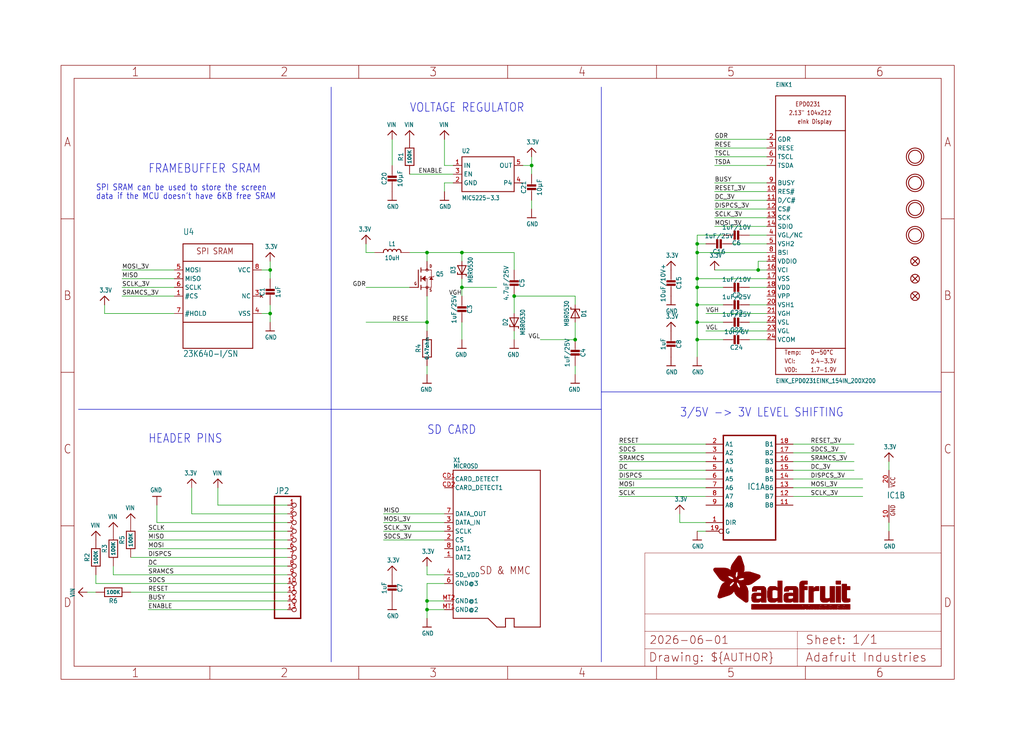
<source format=kicad_sch>
(kicad_sch (version 20230121) (generator eeschema)
  (paper "User" 298.45 217.322)
  (lib_symbols
    (symbol "working-eagle-import:3.3V" (power)
      (property "Value" "3.3V" (at -1.524 1.016 0))
      (symbol "3.3V_1_0"
        (pin power_in line (at 0 -2.54 90) (length 2.54) (name "3.3V") (number "1"))
      )
    )
    (symbol "working-eagle-import:74245TSSOP20"
      (property "Reference" "IC" (at -0.635 -0.635 0))
      (symbol "74245TSSOP20_1_0"
        (pin input line (at -12.7 -10.16 0) (length 5.08) (name "DIR") (number "1"))
        (pin bidirectional line (at 12.7 -5.08 180) (length 5.08) (name "B8") (number "11"))
        (pin bidirectional line (at 12.7 -2.54 180) (length 5.08) (name "B7") (number "12"))
        (pin bidirectional line (at 12.7 0 180) (length 5.08) (name "B6") (number "13"))
        (pin bidirectional line (at 12.7 2.54 180) (length 5.08) (name "B5") (number "14"))
        (pin bidirectional line (at 12.7 5.08 180) (length 5.08) (name "B4") (number "15"))
        (pin bidirectional line (at 12.7 7.62 180) (length 5.08) (name "B3") (number "16"))
        (pin bidirectional line (at 12.7 10.16 180) (length 5.08) (name "B2") (number "17"))
        (pin bidirectional line (at 12.7 12.7 180) (length 5.08) (name "B1") (number "18"))
        (pin input inverted (at -12.7 -12.7 0) (length 5.08) (name "G") (number "19"))
        (pin bidirectional line (at -12.7 12.7 0) (length 5.08) (name "A1") (number "2"))
        (pin bidirectional line (at -12.7 10.16 0) (length 5.08) (name "A2") (number "3"))
        (pin bidirectional line (at -12.7 7.62 0) (length 5.08) (name "A3") (number "4"))
        (pin bidirectional line (at -12.7 5.08 0) (length 5.08) (name "A4") (number "5"))
        (pin bidirectional line (at -12.7 2.54 0) (length 5.08) (name "A5") (number "6"))
        (pin bidirectional line (at -12.7 0 0) (length 5.08) (name "A6") (number "7"))
        (pin bidirectional line (at -12.7 -2.54 0) (length 5.08) (name "A7") (number "8"))
        (pin bidirectional line (at -12.7 -5.08 0) (length 5.08) (name "A8") (number "9"))
      )
      (symbol "74245TSSOP20_2_0"
        (text "GND" (at 1.905 -5.842 900) (effects (font (size 1.27 1.0795)) (justify left bottom)))
        (text "VCC" (at 1.905 2.54 900) (effects (font (size 1.27 1.0795)) (justify left bottom)))
        (pin power_in line (at 0 -7.62 90) (length 5.08) (name "GND") (number "10"))
        (pin power_in line (at 0 7.62 270) (length 5.08) (name "VCC") (number "20"))
      )
    )
    (symbol "working-eagle-import:CAP_CERAMIC0805-NOOUTLINE"
      (property "Reference" "C" (at -2.29 1.25 90))
      (symbol "CAP_CERAMIC0805-NOOUTLINE_1_0"
        (pin passive line (at 0 5.08 270) (length 2.54) (name "1") (number "1"))
        (pin passive line (at 0 -2.54 90) (length 2.54) (name "2") (number "2"))
      )
    )
    (symbol "working-eagle-import:CAP_CERAMIC0805_10MGAP"
      (property "Reference" "C" (at -2.29 1.25 90))
      (symbol "CAP_CERAMIC0805_10MGAP_1_0"
        (pin passive line (at 0 5.08 270) (length 2.54) (name "1") (number "1"))
        (pin passive line (at 0 -2.54 90) (length 2.54) (name "2") (number "2"))
      )
    )
    (symbol "working-eagle-import:DIODE-SCHOTTKYSOD-123"
      (property "Reference" "D" (at 0 2.54 0))
      (symbol "DIODE-SCHOTTKYSOD-123_1_0"
        (pin passive line (at -2.54 0 0) (length 2.54) (name "A") (number "A"))
        (pin passive line (at 2.54 0 180) (length 2.54) (name "C") (number "C"))
      )
    )
    (symbol "working-eagle-import:EINK_EPD0231EINK_154IN_200X200"
      (property "Reference" "EINK" (at -10.16 43.18 0))
      (symbol "EINK_EPD0231EINK_154IN_200X200_1_0"
        (text "0~~50°C" (at 0 -34.925 0) (effects (font (size 1.27 1.0795)) (justify left bottom)))
        (text "1.7-1.9V" (at 0 -40.005 0) (effects (font (size 1.27 1.0795)) (justify left bottom)))
        (text "2.13\" 104x212" (at -6.35 34.925 0) (effects (font (size 1.27 1.0795)) (justify left bottom)))
        (text "2.4-3.3V" (at 0 -37.465 0) (effects (font (size 1.27 1.0795)) (justify left bottom)))
        (text "eInk Display" (at -3.81 32.385 0) (effects (font (size 1.27 1.0795)) (justify left bottom)))
        (text "EPD0231" (at -4.445 37.465 0) (effects (font (size 1.27 1.0795)) (justify left bottom)))
        (text "Temp:" (at -7.62 -34.925 0) (effects (font (size 1.27 1.0795)) (justify left bottom)))
        (text "VCI:" (at -7.62 -37.465 0) (effects (font (size 1.27 1.0795)) (justify left bottom)))
        (text "VDD:" (at -7.62 -40.005 0) (effects (font (size 1.27 1.0795)) (justify left bottom)))
        (pin input line (at -12.7 12.7 0) (length 2.54) (name "RES#") (number "10"))
        (pin input line (at -12.7 10.16 0) (length 2.54) (name "D/C#") (number "11"))
        (pin input line (at -12.7 7.62 0) (length 2.54) (name "CS#") (number "12"))
        (pin bidirectional line (at -12.7 5.08 0) (length 2.54) (name "SCK") (number "13"))
        (pin bidirectional line (at -12.7 2.54 0) (length 2.54) (name "SDIO") (number "14"))
        (pin power_in line (at -12.7 -7.62 0) (length 2.54) (name "VDDIO") (number "15"))
        (pin power_in line (at -12.7 -10.16 0) (length 2.54) (name "VCI") (number "16"))
        (pin power_in line (at -12.7 -12.7 0) (length 2.54) (name "VSS") (number "17"))
        (pin passive line (at -12.7 -15.24 0) (length 2.54) (name "VDD") (number "18"))
        (pin passive line (at -12.7 -17.78 0) (length 2.54) (name "VPP") (number "19"))
        (pin output line (at -12.7 27.94 0) (length 2.54) (name "GDR") (number "2"))
        (pin passive line (at -12.7 -20.32 0) (length 2.54) (name "VSH1") (number "20"))
        (pin passive line (at -12.7 -22.86 0) (length 2.54) (name "VGH") (number "21"))
        (pin passive line (at -12.7 -25.4 0) (length 2.54) (name "VSL") (number "22"))
        (pin passive line (at -12.7 -27.94 0) (length 2.54) (name "VGL") (number "23"))
        (pin passive line (at -12.7 -30.48 0) (length 2.54) (name "VCOM") (number "24"))
        (pin input line (at -12.7 25.4 0) (length 2.54) (name "RESE") (number "3"))
        (pin bidirectional line (at -12.7 0 0) (length 2.54) (name "VGL/NC") (number "4"))
        (pin passive line (at -12.7 -2.54 0) (length 2.54) (name "VSH2") (number "5"))
        (pin output line (at -12.7 22.86 0) (length 2.54) (name "TSCL") (number "6"))
        (pin bidirectional line (at -12.7 20.32 0) (length 2.54) (name "TSDA") (number "7"))
        (pin input line (at -12.7 -5.08 0) (length 2.54) (name "BSI") (number "8"))
        (pin output line (at -12.7 15.24 0) (length 2.54) (name "BUSY") (number "9"))
      )
    )
    (symbol "working-eagle-import:FIDUCIAL_1MM")
    (symbol "working-eagle-import:FRAME_A4_ADAFRUIT"
      (symbol "FRAME_A4_ADAFRUIT_1_0"
        (text "${#}/${##}" (at 230.505 10.16 0) (effects (font (size 2.54 2.54)) (justify left bottom)))
        (text "${AUTHOR}" (at 189.23 5.08 0) (effects (font (size 2.286 2.286)) (justify left bottom)))
        (text "${CURRENT_DATE}" (at 171.45 10.16 0) (effects (font (size 2.286 2.286)) (justify left bottom)))
        (text "${PROJECTNAME}" (at 171.45 15.24 0) (effects (font (size 2.54 2.54)) (justify left bottom)))
        (text "1" (at 21.6958 1.905 0) (effects (font (size 2.54 2.286))))
        (text "1" (at 21.6958 177.165 0) (effects (font (size 2.54 2.286))))
        (text "2" (at 65.0875 1.905 0) (effects (font (size 2.54 2.286))))
        (text "2" (at 65.0875 177.165 0) (effects (font (size 2.54 2.286))))
        (text "3" (at 108.4792 1.905 0) (effects (font (size 2.54 2.286))))
        (text "3" (at 108.4792 177.165 0) (effects (font (size 2.54 2.286))))
        (text "4" (at 151.8708 1.905 0) (effects (font (size 2.54 2.286))))
        (text "4" (at 151.8708 177.165 0) (effects (font (size 2.54 2.286))))
        (text "5" (at 195.2625 1.905 0) (effects (font (size 2.54 2.286))))
        (text "5" (at 195.2625 177.165 0) (effects (font (size 2.54 2.286))))
        (text "6" (at 238.6542 1.905 0) (effects (font (size 2.54 2.286))))
        (text "6" (at 238.6542 177.165 0) (effects (font (size 2.54 2.286))))
        (text "A" (at 1.905 156.6863 0) (effects (font (size 2.54 2.286))))
        (text "A" (at 258.445 156.6863 0) (effects (font (size 2.54 2.286))))
        (text "Adafruit Industries" (at 216.916 4.953 0) (effects (font (size 2.54 2.54)) (justify left bottom)))
        (text "B" (at 1.905 111.9188 0) (effects (font (size 2.54 2.286))))
        (text "B" (at 258.445 111.9188 0) (effects (font (size 2.54 2.286))))
        (text "C" (at 1.905 67.1513 0) (effects (font (size 2.54 2.286))))
        (text "C" (at 258.445 67.1513 0) (effects (font (size 2.54 2.286))))
        (text "D" (at 1.905 22.3838 0) (effects (font (size 2.54 2.286))))
        (text "D" (at 258.445 22.3838 0) (effects (font (size 2.54 2.286))))
        (text "Drawing:" (at 171.196 4.953 0) (effects (font (size 2.54 2.54)) (justify left bottom)))
        (text "Sheet:" (at 216.916 10.033 0) (effects (font (size 2.54 2.54)) (justify left bottom)))
      )
    )
    (symbol "working-eagle-import:GND" (power)
      (property "Value" "GND" (at -1.524 -2.54 0))
      (symbol "GND_1_0"
        (pin power_in line (at 0 2.54 270) (length 2.54) (name "GND") (number "1"))
      )
    )
    (symbol "working-eagle-import:HEADER-1X13"
      (property "Reference" "JP" (at -6.35 18.415 0))
      (symbol "HEADER-1X13_1_0"
        (pin passive inverted (at -2.54 15.24 0) (length 2.54) (name "1") (number "1"))
        (pin passive inverted (at -2.54 -7.62 0) (length 2.54) (name "10") (number "10"))
        (pin passive inverted (at -2.54 -10.16 0) (length 2.54) (name "11") (number "11"))
        (pin passive inverted (at -2.54 -12.7 0) (length 2.54) (name "12") (number "12"))
        (pin passive inverted (at -2.54 -15.24 0) (length 2.54) (name "13") (number "13"))
        (pin passive inverted (at -2.54 12.7 0) (length 2.54) (name "2") (number "2"))
        (pin passive inverted (at -2.54 10.16 0) (length 2.54) (name "3") (number "3"))
        (pin passive inverted (at -2.54 7.62 0) (length 2.54) (name "4") (number "4"))
        (pin passive inverted (at -2.54 5.08 0) (length 2.54) (name "5") (number "5"))
        (pin passive inverted (at -2.54 2.54 0) (length 2.54) (name "6") (number "6"))
        (pin passive inverted (at -2.54 0 0) (length 2.54) (name "7") (number "7"))
        (pin passive inverted (at -2.54 -2.54 0) (length 2.54) (name "8") (number "8"))
        (pin passive inverted (at -2.54 -5.08 0) (length 2.54) (name "9") (number "9"))
      )
    )
    (symbol "working-eagle-import:INDUCTORNR401"
      (property "Reference" "L" (at 0 2.54 0))
      (symbol "INDUCTORNR401_1_0"
        (pin passive line (at -5.08 0 0) (length 2.54) (name "1") (number "P$1"))
        (pin passive line (at 5.08 0 180) (length 2.54) (name "2") (number "P$2"))
      )
    )
    (symbol "working-eagle-import:IRLML2060TRPBF"
      (property "Reference" "Q" (at 5.08 0.635 0))
      (symbol "IRLML2060TRPBF_1_0"
        (text "D" (at 3.175 3.175 0) (effects (font (size 0.8128 0.6908)) (justify left bottom)))
        (text "G" (at -1.27 -1.905 0) (effects (font (size 0.8128 0.6908)) (justify left bottom)))
        (text "S" (at 3.175 -3.81 0) (effects (font (size 0.8128 0.6908)) (justify left bottom)))
        (pin bidirectional line (at -2.54 -2.54 0) (length 2.54) (name "G") (number "1"))
        (pin bidirectional line (at 2.54 -5.08 90) (length 2.54) (name "S") (number "2"))
        (pin bidirectional line (at 2.54 5.08 270) (length 2.54) (name "D") (number "3"))
      )
    )
    (symbol "working-eagle-import:MICROSD"
      (property "Reference" "X" (at -12.7 22.606 0))
      (symbol "MICROSD_1_0"
        (text "SD & MMC" (at -5.08 -10.16 0) (effects (font (size 2.1844 1.8567)) (justify left bottom)))
        (pin bidirectional line (at -15.24 -5.08 0) (length 2.54) (name "DAT2") (number "1"))
        (pin input line (at -15.24 0 0) (length 2.54) (name "CS") (number "2"))
        (pin input line (at -15.24 5.08 0) (length 2.54) (name "DATA_IN") (number "3"))
        (pin power_in line (at -15.24 -10.16 0) (length 2.54) (name "SD_VDD") (number "4"))
        (pin input line (at -15.24 2.54 0) (length 2.54) (name "SCLK") (number "5"))
        (pin power_in line (at -15.24 -12.7 0) (length 2.54) (name "GND@3") (number "6"))
        (pin output line (at -15.24 7.62 0) (length 2.54) (name "DATA_OUT") (number "7"))
        (pin bidirectional line (at -15.24 -2.54 0) (length 2.54) (name "DAT1") (number "8"))
        (pin passive line (at -15.24 17.78 0) (length 2.54) (name "CARD_DETECT") (number "CD1"))
        (pin passive line (at -15.24 15.24 0) (length 2.54) (name "CARD_DETECT1") (number "CD2"))
        (pin power_in line (at -15.24 -20.32 0) (length 2.54) (name "GND@2") (number "MT1"))
        (pin power_in line (at -15.24 -17.78 0) (length 2.54) (name "GND@1") (number "MT2"))
      )
    )
    (symbol "working-eagle-import:MOUNTINGHOLE2.5")
    (symbol "working-eagle-import:RESISTOR0805_10MGAP"
      (property "Reference" "R" (at 0 2.54 0))
      (symbol "RESISTOR0805_10MGAP_1_0"
        (pin passive line (at -5.08 0 0) (length 2.54) (name "1") (number "1"))
        (pin passive line (at 5.08 0 180) (length 2.54) (name "2") (number "2"))
      )
    )
    (symbol "working-eagle-import:RESISTOR0805_NOOUTLINE"
      (property "Reference" "R" (at 0 2.54 0))
      (symbol "RESISTOR0805_NOOUTLINE_1_0"
        (pin passive line (at -5.08 0 0) (length 2.54) (name "1") (number "1"))
        (pin passive line (at 5.08 0 180) (length 2.54) (name "2") (number "2"))
      )
    )
    (symbol "working-eagle-import:SRAM_SPI_SOIC8"
      (property "Reference" "U" (at -10.16 17.78 0))
      (symbol "SRAM_SPI_SOIC8_1_0"
        (text "SPI SRAM" (at -6.35 12.065 0) (effects (font (size 1.778 1.5113)) (justify left bottom)))
        (pin input line (at -12.7 0 0) (length 2.54) (name "#CS") (number "1"))
        (pin output line (at -12.7 5.08 0) (length 2.54) (name "MISO") (number "2"))
        (pin no_connect line (at 12.7 0 180) (length 2.54) (name "NC") (number "3"))
        (pin power_in line (at 12.7 -5.08 180) (length 2.54) (name "VSS") (number "4"))
        (pin input line (at -12.7 7.62 0) (length 2.54) (name "MOSI") (number "5"))
        (pin input line (at -12.7 2.54 0) (length 2.54) (name "SCLK") (number "6"))
        (pin input line (at -12.7 -5.08 0) (length 2.54) (name "#HOLD") (number "7"))
        (pin power_in line (at 12.7 7.62 180) (length 2.54) (name "VCC") (number "8"))
      )
    )
    (symbol "working-eagle-import:VIN" (power)
      (property "Value" "VIN" (at -1.524 1.016 0))
      (symbol "VIN_1_0"
        (pin power_in line (at 0 -2.54 90) (length 2.54) (name "VIN") (number "1"))
      )
    )
    (symbol "working-eagle-import:VREG_SOT23-5"
      (property "Reference" "U" (at -7.62 6.096 0))
      (symbol "VREG_SOT23-5_1_0"
        (pin power_in line (at -10.16 2.54 0) (length 2.54) (name "IN") (number "1"))
        (pin power_in line (at -10.16 -2.54 0) (length 2.54) (name "GND") (number "2"))
        (pin input line (at -10.16 0 0) (length 2.54) (name "EN") (number "3"))
        (pin bidirectional line (at 10.16 -2.54 180) (length 2.54) (name "P4") (number "4"))
        (pin power_in line (at 10.16 2.54 180) (length 2.54) (name "OUT") (number "5"))
      )
    )
  )
  (junction (at 203.2 71.12))
  (junction (at 203.2 99.06))
  (junction (at 78.74 78.74))
  (junction (at 203.2 88.9))
  (junction (at 203.2 73.66))
  (junction (at 134.62 73.66))
  (junction (at 203.2 81.28))
  (junction (at 154.94 48.26))
  (junction (at 203.2 83.82))
  (junction (at 149.86 86.36))
  (junction (at 78.74 91.44))
  (junction (at 124.46 175.26))
  (junction (at 124.46 73.66))
  (junction (at 220.98 78.74))
  (junction (at 167.64 99.06))
  (junction (at 124.46 93.98))
  (junction (at 124.46 177.8))
  (junction (at 134.62 83.82))
  (junction (at 203.2 93.98))
  (wire (pts (xy 198.12 152.4) (xy 198.12 149.86)) (stroke (width 0.1524)))
  (wire (pts (xy 124.46 86.36) (xy 124.46 93.98)) (stroke (width 0.1524)))
  (wire (pts (xy 43.18 175.26) (xy 83.82 175.26)) (stroke (width 0.1524)))
  (wire (pts (xy 78.74 78.74) (xy 78.74 81.28)) (stroke (width 0.1524)))
  (wire (pts (xy 78.74 91.44) (xy 78.74 93.98)) (stroke (width 0.1524)))
  (wire (pts (xy 231.14 137.16) (xy 248.92 137.16)) (stroke (width 0.1524)))
  (wire (pts (xy 259.08 154.94) (xy 259.08 152.4)) (stroke (width 0.1524)))
  (wire (pts (xy 114.3 40.64) (xy 114.3 48.26)) (stroke (width 0.1524)))
  (wire (pts (xy 38.1 172.72) (xy 83.82 172.72)) (stroke (width 0.1524)))
  (wire (pts (xy 218.44 88.9) (xy 223.52 88.9)) (stroke (width 0.1524)))
  (wire (pts (xy 231.14 129.54) (xy 248.92 129.54)) (stroke (width 0.1524)))
  (polyline (pts (xy 175.26 119.38) (xy 175.26 193.04)) (stroke (width 0.1524) (type solid)))
  (wire (pts (xy 132.08 50.8) (xy 119.38 50.8)) (stroke (width 0.1524)))
  (wire (pts (xy 149.86 96.52) (xy 149.86 99.06)) (stroke (width 0.1524)))
  (wire (pts (xy 124.46 93.98) (xy 106.68 93.98)) (stroke (width 0.1524)))
  (wire (pts (xy 231.14 139.7) (xy 251.46 139.7)) (stroke (width 0.1524)))
  (wire (pts (xy 208.28 63.5) (xy 223.52 63.5)) (stroke (width 0.1524)))
  (wire (pts (xy 259.08 134.62) (xy 259.08 137.16)) (stroke (width 0.1524)))
  (wire (pts (xy 203.2 71.12) (xy 205.74 71.12)) (stroke (width 0.1524)))
  (wire (pts (xy 223.52 66.04) (xy 208.28 66.04)) (stroke (width 0.1524)))
  (wire (pts (xy 223.52 91.44) (xy 205.74 91.44)) (stroke (width 0.1524)))
  (wire (pts (xy 231.14 144.78) (xy 251.46 144.78)) (stroke (width 0.1524)))
  (wire (pts (xy 210.82 93.98) (xy 203.2 93.98)) (stroke (width 0.1524)))
  (wire (pts (xy 129.54 175.26) (xy 124.46 175.26)) (stroke (width 0.1524)))
  (wire (pts (xy 106.68 71.12) (xy 106.68 73.66)) (stroke (width 0.1524)))
  (wire (pts (xy 134.62 81.28) (xy 134.62 83.82)) (stroke (width 0.1524)))
  (wire (pts (xy 129.54 177.8) (xy 124.46 177.8)) (stroke (width 0.1524)))
  (wire (pts (xy 231.14 134.62) (xy 248.92 134.62)) (stroke (width 0.1524)))
  (wire (pts (xy 43.18 165.1) (xy 83.82 165.1)) (stroke (width 0.1524)))
  (wire (pts (xy 30.48 91.44) (xy 30.48 88.9)) (stroke (width 0.1524)))
  (wire (pts (xy 134.62 93.98) (xy 134.62 99.06)) (stroke (width 0.1524)))
  (wire (pts (xy 27.94 172.72) (xy 25.4 172.72)) (stroke (width 0.1524)))
  (wire (pts (xy 223.52 83.82) (xy 218.44 83.82)) (stroke (width 0.1524)))
  (wire (pts (xy 129.54 48.26) (xy 129.54 40.64)) (stroke (width 0.1524)))
  (wire (pts (xy 129.54 170.18) (xy 124.46 170.18)) (stroke (width 0.1524)))
  (polyline (pts (xy 175.26 114.3) (xy 274.32 114.3)) (stroke (width 0.1524) (type solid)))
  (wire (pts (xy 45.72 152.4) (xy 83.82 152.4)) (stroke (width 0.1524)))
  (wire (pts (xy 231.14 132.08) (xy 246.38 132.08)) (stroke (width 0.1524)))
  (polyline (pts (xy 22.86 119.38) (xy 96.52 119.38)) (stroke (width 0.1524) (type solid)))
  (wire (pts (xy 167.64 86.36) (xy 149.86 86.36)) (stroke (width 0.1524)))
  (wire (pts (xy 35.56 83.82) (xy 50.8 83.82)) (stroke (width 0.1524)))
  (wire (pts (xy 124.46 73.66) (xy 119.38 73.66)) (stroke (width 0.1524)))
  (wire (pts (xy 208.28 48.26) (xy 223.52 48.26)) (stroke (width 0.1524)))
  (wire (pts (xy 132.08 53.34) (xy 129.54 53.34)) (stroke (width 0.1524)))
  (wire (pts (xy 203.2 83.82) (xy 203.2 81.28)) (stroke (width 0.1524)))
  (wire (pts (xy 50.8 81.28) (xy 35.56 81.28)) (stroke (width 0.1524)))
  (wire (pts (xy 50.8 91.44) (xy 30.48 91.44)) (stroke (width 0.1524)))
  (wire (pts (xy 208.28 45.72) (xy 223.52 45.72)) (stroke (width 0.1524)))
  (wire (pts (xy 83.82 149.86) (xy 55.88 149.86)) (stroke (width 0.1524)))
  (wire (pts (xy 111.76 152.4) (xy 129.54 152.4)) (stroke (width 0.1524)))
  (wire (pts (xy 223.52 40.64) (xy 208.28 40.64)) (stroke (width 0.1524)))
  (wire (pts (xy 154.94 48.26) (xy 154.94 50.8)) (stroke (width 0.1524)))
  (wire (pts (xy 223.52 58.42) (xy 208.28 58.42)) (stroke (width 0.1524)))
  (wire (pts (xy 134.62 73.66) (xy 134.62 76.2)) (stroke (width 0.1524)))
  (wire (pts (xy 35.56 86.36) (xy 50.8 86.36)) (stroke (width 0.1524)))
  (wire (pts (xy 208.28 55.88) (xy 223.52 55.88)) (stroke (width 0.1524)))
  (wire (pts (xy 220.98 78.74) (xy 223.52 78.74)) (stroke (width 0.1524)))
  (wire (pts (xy 223.52 76.2) (xy 220.98 76.2)) (stroke (width 0.1524)))
  (wire (pts (xy 223.52 68.58) (xy 218.44 68.58)) (stroke (width 0.1524)))
  (wire (pts (xy 124.46 167.64) (xy 124.46 165.1)) (stroke (width 0.1524)))
  (wire (pts (xy 157.48 99.06) (xy 167.64 99.06)) (stroke (width 0.1524)))
  (wire (pts (xy 203.2 104.14) (xy 203.2 99.06)) (stroke (width 0.1524)))
  (wire (pts (xy 129.54 53.34) (xy 129.54 55.88)) (stroke (width 0.1524)))
  (wire (pts (xy 203.2 73.66) (xy 203.2 71.12)) (stroke (width 0.1524)))
  (wire (pts (xy 55.88 149.86) (xy 55.88 142.24)) (stroke (width 0.1524)))
  (wire (pts (xy 180.34 139.7) (xy 205.74 139.7)) (stroke (width 0.1524)))
  (wire (pts (xy 154.94 58.42) (xy 154.94 60.96)) (stroke (width 0.1524)))
  (wire (pts (xy 35.56 78.74) (xy 50.8 78.74)) (stroke (width 0.1524)))
  (wire (pts (xy 76.2 78.74) (xy 78.74 78.74)) (stroke (width 0.1524)))
  (wire (pts (xy 149.86 73.66) (xy 149.86 78.74)) (stroke (width 0.1524)))
  (wire (pts (xy 218.44 93.98) (xy 223.52 93.98)) (stroke (width 0.1524)))
  (wire (pts (xy 124.46 175.26) (xy 124.46 177.8)) (stroke (width 0.1524)))
  (wire (pts (xy 124.46 170.18) (xy 124.46 175.26)) (stroke (width 0.1524)))
  (wire (pts (xy 208.28 60.96) (xy 223.52 60.96)) (stroke (width 0.1524)))
  (wire (pts (xy 205.74 132.08) (xy 180.34 132.08)) (stroke (width 0.1524)))
  (polyline (pts (xy 96.52 119.38) (xy 96.52 193.04)) (stroke (width 0.1524) (type solid)))
  (wire (pts (xy 83.82 177.8) (xy 43.18 177.8)) (stroke (width 0.1524)))
  (wire (pts (xy 83.82 157.48) (xy 43.18 157.48)) (stroke (width 0.1524)))
  (wire (pts (xy 203.2 99.06) (xy 203.2 93.98)) (stroke (width 0.1524)))
  (wire (pts (xy 210.82 88.9) (xy 203.2 88.9)) (stroke (width 0.1524)))
  (wire (pts (xy 106.68 83.82) (xy 119.38 83.82)) (stroke (width 0.1524)))
  (wire (pts (xy 210.82 83.82) (xy 203.2 83.82)) (stroke (width 0.1524)))
  (wire (pts (xy 223.52 53.34) (xy 208.28 53.34)) (stroke (width 0.1524)))
  (wire (pts (xy 76.2 91.44) (xy 78.74 91.44)) (stroke (width 0.1524)))
  (wire (pts (xy 223.52 73.66) (xy 203.2 73.66)) (stroke (width 0.1524)))
  (wire (pts (xy 210.82 99.06) (xy 203.2 99.06)) (stroke (width 0.1524)))
  (polyline (pts (xy 175.26 114.3) (xy 175.26 119.38)) (stroke (width 0.1524) (type solid)))
  (wire (pts (xy 210.82 68.58) (xy 203.2 68.58)) (stroke (width 0.1524)))
  (wire (pts (xy 180.34 144.78) (xy 205.74 144.78)) (stroke (width 0.1524)))
  (polyline (pts (xy 96.52 25.4) (xy 96.52 119.38)) (stroke (width 0.1524) (type solid)))
  (wire (pts (xy 78.74 78.74) (xy 78.74 76.2)) (stroke (width 0.1524)))
  (wire (pts (xy 203.2 88.9) (xy 203.2 83.82)) (stroke (width 0.1524)))
  (wire (pts (xy 83.82 167.64) (xy 33.02 167.64)) (stroke (width 0.1524)))
  (wire (pts (xy 167.64 88.9) (xy 167.64 86.36)) (stroke (width 0.1524)))
  (wire (pts (xy 83.82 162.56) (xy 38.1 162.56)) (stroke (width 0.1524)))
  (wire (pts (xy 134.62 73.66) (xy 149.86 73.66)) (stroke (width 0.1524)))
  (wire (pts (xy 223.52 81.28) (xy 203.2 81.28)) (stroke (width 0.1524)))
  (wire (pts (xy 205.74 152.4) (xy 198.12 152.4)) (stroke (width 0.1524)))
  (wire (pts (xy 129.54 157.48) (xy 111.76 157.48)) (stroke (width 0.1524)))
  (wire (pts (xy 167.64 99.06) (xy 167.64 93.98)) (stroke (width 0.1524)))
  (wire (pts (xy 63.5 147.32) (xy 83.82 147.32)) (stroke (width 0.1524)))
  (wire (pts (xy 111.76 154.94) (xy 129.54 154.94)) (stroke (width 0.1524)))
  (wire (pts (xy 124.46 109.22) (xy 124.46 106.68)) (stroke (width 0.1524)))
  (wire (pts (xy 203.2 81.28) (xy 203.2 73.66)) (stroke (width 0.1524)))
  (wire (pts (xy 27.94 170.18) (xy 27.94 167.64)) (stroke (width 0.1524)))
  (wire (pts (xy 205.74 142.24) (xy 180.34 142.24)) (stroke (width 0.1524)))
  (wire (pts (xy 218.44 99.06) (xy 223.52 99.06)) (stroke (width 0.1524)))
  (wire (pts (xy 205.74 134.62) (xy 180.34 134.62)) (stroke (width 0.1524)))
  (wire (pts (xy 220.98 78.74) (xy 208.28 78.74)) (stroke (width 0.1524)))
  (wire (pts (xy 223.52 96.52) (xy 205.74 96.52)) (stroke (width 0.1524)))
  (wire (pts (xy 208.28 43.18) (xy 223.52 43.18)) (stroke (width 0.1524)))
  (wire (pts (xy 220.98 76.2) (xy 220.98 78.74)) (stroke (width 0.1524)))
  (wire (pts (xy 205.74 129.54) (xy 180.34 129.54)) (stroke (width 0.1524)))
  (wire (pts (xy 149.86 91.44) (xy 149.86 86.36)) (stroke (width 0.1524)))
  (wire (pts (xy 152.4 48.26) (xy 154.94 48.26)) (stroke (width 0.1524)))
  (wire (pts (xy 63.5 147.32) (xy 63.5 142.24)) (stroke (width 0.1524)))
  (wire (pts (xy 129.54 149.86) (xy 111.76 149.86)) (stroke (width 0.1524)))
  (polyline (pts (xy 175.26 25.4) (xy 175.26 114.3)) (stroke (width 0.1524) (type solid)))
  (wire (pts (xy 134.62 86.36) (xy 134.62 83.82)) (stroke (width 0.1524)))
  (wire (pts (xy 144.78 83.82) (xy 134.62 83.82)) (stroke (width 0.1524)))
  (wire (pts (xy 124.46 73.66) (xy 134.62 73.66)) (stroke (width 0.1524)))
  (wire (pts (xy 78.74 88.9) (xy 78.74 91.44)) (stroke (width 0.1524)))
  (wire (pts (xy 83.82 170.18) (xy 27.94 170.18)) (stroke (width 0.1524)))
  (wire (pts (xy 129.54 167.64) (xy 124.46 167.64)) (stroke (width 0.1524)))
  (wire (pts (xy 124.46 76.2) (xy 124.46 73.66)) (stroke (width 0.1524)))
  (wire (pts (xy 167.64 109.22) (xy 167.64 106.68)) (stroke (width 0.1524)))
  (wire (pts (xy 124.46 177.8) (xy 124.46 180.34)) (stroke (width 0.1524)))
  (wire (pts (xy 132.08 48.26) (xy 129.54 48.26)) (stroke (width 0.1524)))
  (wire (pts (xy 223.52 71.12) (xy 213.36 71.12)) (stroke (width 0.1524)))
  (wire (pts (xy 45.72 147.32) (xy 45.72 152.4)) (stroke (width 0.1524)))
  (wire (pts (xy 124.46 96.52) (xy 124.46 93.98)) (stroke (width 0.1524)))
  (wire (pts (xy 203.2 68.58) (xy 203.2 71.12)) (stroke (width 0.1524)))
  (wire (pts (xy 203.2 93.98) (xy 203.2 88.9)) (stroke (width 0.1524)))
  (wire (pts (xy 154.94 48.26) (xy 154.94 45.72)) (stroke (width 0.1524)))
  (wire (pts (xy 106.68 73.66) (xy 109.22 73.66)) (stroke (width 0.1524)))
  (wire (pts (xy 203.2 154.94) (xy 205.74 154.94)) (stroke (width 0.1524)))
  (wire (pts (xy 33.02 167.64) (xy 33.02 165.1)) (stroke (width 0.1524)))
  (polyline (pts (xy 96.52 119.38) (xy 175.26 119.38)) (stroke (width 0.1524) (type solid)))
  (wire (pts (xy 231.14 142.24) (xy 251.46 142.24)) (stroke (width 0.1524)))
  (wire (pts (xy 83.82 154.94) (xy 43.18 154.94)) (stroke (width 0.1524)))
  (wire (pts (xy 205.74 137.16) (xy 180.34 137.16)) (stroke (width 0.1524)))
  (wire (pts (xy 83.82 160.02) (xy 43.18 160.02)) (stroke (width 0.1524)))
  (text "FRAMEBUFFER SRAM" (at 43.18 50.8 0) (effects (font (size 2.54 2.159)) (justify left bottom)))
  (text "SD CARD" (at 124.46 127 0) (effects (font (size 2.54 2.159)) (justify left bottom)))
  (text "SPI SRAM can be used to store the screen" (at 27.94 55.88 0) (effects (font (size 1.778 1.5113)) (justify left bottom)))
  (text "data if the MCU doesn't have 6KB free SRAM" (at 27.94 58.42 0) (effects (font (size 1.778 1.5113)) (justify left bottom)))
  (text "3/5V -> 3V LEVEL SHIFTING" (at 198.12 121.92 0) (effects (font (size 2.54 2.159)) (justify left bottom)))
  (text "VOLTAGE REGULATOR" (at 119.38 33.02 0) (effects (font (size 2.54 2.159)) (justify left bottom)))
  (text "HEADER PINS" (at 43.18 129.54 0) (effects (font (size 2.54 2.159)) (justify left bottom)))
  (label "VGL" (at 157.48 99.06 180) (effects (font (size 1.2446 1.2446))))
  (label "SCLK_3V" (at 35.56 83.82 0) (effects (font (size 1.2446 1.2446))))
  (label "BUSY" (at 208.28 53.34 0) (effects (font (size 1.2446 1.2446))))
  (label "MOSI_3V" (at 236.22 142.24 0) (effects (font (size 1.2446 1.2446))))
  (label "TSCL" (at 208.28 45.72 0) (effects (font (size 1.2446 1.2446))))
  (label "ENABLE" (at 43.18 177.8 0) (effects (font (size 1.2446 1.2446))))
  (label "SDCS" (at 43.18 170.18 0) (effects (font (size 1.2446 1.2446))))
  (label "VGL" (at 205.74 96.52 0) (effects (font (size 1.2446 1.2446))))
  (label "DC_3V" (at 208.28 58.42 0) (effects (font (size 1.2446 1.2446))))
  (label "GDR" (at 106.68 83.82 180) (effects (font (size 1.2446 1.2446))))
  (label "MOSI_3V" (at 208.28 66.04 0) (effects (font (size 1.2446 1.2446))))
  (label "DC" (at 43.18 165.1 0) (effects (font (size 1.2446 1.2446))))
  (label "RESET" (at 180.34 129.54 0) (effects (font (size 1.2446 1.2446))))
  (label "SDCS" (at 180.34 132.08 0) (effects (font (size 1.2446 1.2446))))
  (label "SRAMCS" (at 180.34 134.62 0) (effects (font (size 1.2446 1.2446))))
  (label "MISO" (at 111.76 149.86 0) (effects (font (size 1.2446 1.2446))))
  (label "BUSY" (at 43.18 175.26 0) (effects (font (size 1.2446 1.2446))))
  (label "RESE" (at 114.3 93.98 0) (effects (font (size 1.2446 1.2446))))
  (label "RESET_3V" (at 208.28 55.88 0) (effects (font (size 1.2446 1.2446))))
  (label "DISPCS_3V" (at 208.28 60.96 0) (effects (font (size 1.2446 1.2446))))
  (label "DISPCS_3V" (at 236.22 139.7 0) (effects (font (size 1.2446 1.2446))))
  (label "MOSI_3V" (at 35.56 78.74 0) (effects (font (size 1.2446 1.2446))))
  (label "MOSI" (at 43.18 160.02 0) (effects (font (size 1.2446 1.2446))))
  (label "SDCS_3V" (at 111.76 157.48 0) (effects (font (size 1.2446 1.2446))))
  (label "SRAMCS_3V" (at 236.22 134.62 0) (effects (font (size 1.2446 1.2446))))
  (label "VGH" (at 205.74 91.44 0) (effects (font (size 1.2446 1.2446))))
  (label "SCLK_3V" (at 236.22 144.78 0) (effects (font (size 1.2446 1.2446))))
  (label "DC_3V" (at 236.22 137.16 0) (effects (font (size 1.2446 1.2446))))
  (label "ENABLE" (at 121.92 50.8 0) (effects (font (size 1.2446 1.2446))))
  (label "SCLK" (at 43.18 154.94 0) (effects (font (size 1.2446 1.2446))))
  (label "DISPCS" (at 180.34 139.7 0) (effects (font (size 1.2446 1.2446))))
  (label "VGH" (at 134.62 86.36 180) (effects (font (size 1.2446 1.2446))))
  (label "SRAMCS_3V" (at 35.56 86.36 0) (effects (font (size 1.2446 1.2446))))
  (label "DC" (at 180.34 137.16 0) (effects (font (size 1.2446 1.2446))))
  (label "SCLK_3V" (at 208.28 63.5 0) (effects (font (size 1.2446 1.2446))))
  (label "RESET_3V" (at 236.22 129.54 0) (effects (font (size 1.2446 1.2446))))
  (label "MISO" (at 35.56 81.28 0) (effects (font (size 1.2446 1.2446))))
  (label "MISO" (at 43.18 157.48 0) (effects (font (size 1.2446 1.2446))))
  (label "RESET" (at 43.18 172.72 0) (effects (font (size 1.2446 1.2446))))
  (label "SRAMCS" (at 43.18 167.64 0) (effects (font (size 1.2446 1.2446))))
  (label "SCLK" (at 180.34 144.78 0) (effects (font (size 1.2446 1.2446))))
  (label "SCLK_3V" (at 111.76 154.94 0) (effects (font (size 1.2446 1.2446))))
  (label "GDR" (at 208.28 40.64 0) (effects (font (size 1.2446 1.2446))))
  (label "DISPCS" (at 43.18 162.56 0) (effects (font (size 1.2446 1.2446))))
  (label "SDCS_3V" (at 236.22 132.08 0) (effects (font (size 1.2446 1.2446))))
  (label "TSDA" (at 208.28 48.26 0) (effects (font (size 1.2446 1.2446))))
  (label "MOSI" (at 180.34 142.24 0) (effects (font (size 1.2446 1.2446))))
  (label "RESE" (at 208.28 43.18 0) (effects (font (size 1.2446 1.2446))))
  (label "MOSI_3V" (at 111.76 152.4 0) (effects (font (size 1.2446 1.2446))))
  (symbol (lib_id "working-eagle-import:3.3V") (at 208.28 76.2 0) (unit 1)
    (property "Reference" "#U$36" (effects hide))
    (property "Value" "3.3V" (at 206.756 75.184 0) (effects (font (size 1.27 1.0795)) (justify left bottom)))
  )
  (symbol (lib_id "working-eagle-import:3.3V") (at 195.58 76.2 0) (unit 1)
    (property "Reference" "#U$37" (effects hide))
    (property "Value" "3.3V" (at 194.056 75.184 0) (effects (font (size 1.27 1.0795)) (justify left bottom)))
  )
  (symbol (lib_id "working-eagle-import:MOUNTINGHOLE2.5") (at 266.7 53.34 90) (unit 1)
    (property "Reference" "U$4" (effects hide))
    (property "Value" "MOUNTINGHOLE2.5" (effects hide))
    (property "Footprint" "working:MOUNTINGHOLE_2.5_PLATED" (effects hide))
  )
  (symbol (lib_id "working-eagle-import:CAP_CERAMIC0805-NOOUTLINE") (at 154.94 55.88 0) (unit 1)
    (property "Reference" "C21" (at 152.65 54.63 90))
    (property "Value" "10µF" (at 157.24 54.63 90))
    (property "Footprint" "working:0805-NO" (effects hide))
  )
  (symbol (lib_id "working-eagle-import:3.3V") (at 55.88 139.7 0) (mirror y) (unit 1)
    (property "Reference" "#U$27" (effects hide))
    (property "Value" "3.3V" (at 57.404 138.684 0) (effects (font (size 1.27 1.0795)) (justify left bottom)))
  )
  (symbol (lib_id "working-eagle-import:CAP_CERAMIC0805_10MGAP") (at 78.74 86.36 0) (unit 1)
    (property "Reference" "C1" (at 76.45 85.11 90))
    (property "Value" "1uF" (at 81.04 85.11 90))
    (property "Footprint" "working:0805_10MGAP" (effects hide))
  )
  (symbol (lib_id "working-eagle-import:RESISTOR0805_NOOUTLINE") (at 27.94 162.56 90) (unit 1)
    (property "Reference" "R2" (at 25.4 162.56 0))
    (property "Value" "100K" (at 27.94 162.56 0) (effects (font (size 1.016 1.016) bold)))
    (property "Footprint" "working:0805-NO" (effects hide))
  )
  (symbol (lib_id "working-eagle-import:CAP_CERAMIC0805-NOOUTLINE") (at 195.58 101.6 0) (mirror y) (unit 1)
    (property "Reference" "C8" (at 197.87 100.35 90))
    (property "Value" "1uF" (at 193.28 100.35 90))
    (property "Footprint" "working:0805-NO" (effects hide))
  )
  (symbol (lib_id "working-eagle-import:IRLML2060TRPBF") (at 121.92 81.28 0) (unit 1)
    (property "Reference" "Q5" (at 127 80.645 0) (effects (font (size 1.27 1.0795)) (justify left bottom)))
    (property "Value" "IRLML2060TRPBF" (effects hide))
    (property "Footprint" "working:SOT23-3" (effects hide))
  )
  (symbol (lib_id "working-eagle-import:RESISTOR0805_NOOUTLINE") (at 119.38 45.72 90) (unit 1)
    (property "Reference" "R1" (at 116.84 45.72 0))
    (property "Value" "100K" (at 119.38 45.72 0) (effects (font (size 1.016 1.016) bold)))
    (property "Footprint" "working:0805-NO" (effects hide))
  )
  (symbol (lib_id "working-eagle-import:3.3V") (at 106.68 68.58 0) (mirror y) (unit 1)
    (property "Reference" "#U$13" (effects hide))
    (property "Value" "3.3V" (at 108.204 67.564 0) (effects (font (size 1.27 1.0795)) (justify left bottom)))
  )
  (symbol (lib_id "working-eagle-import:GND") (at 114.3 177.8 0) (unit 1)
    (property "Reference" "#U$39" (effects hide))
    (property "Value" "GND" (at 112.776 180.34 0) (effects (font (size 1.27 1.0795)) (justify left bottom)))
  )
  (symbol (lib_id "working-eagle-import:MICROSD") (at 144.78 157.48 0) (unit 1)
    (property "Reference" "X1" (at 132.08 134.874 0) (effects (font (size 1.27 1.0795)) (justify left bottom)))
    (property "Value" "MICROSD" (at 132.08 136.652 0) (effects (font (size 1.27 1.0795)) (justify left bottom)))
    (property "Footprint" "working:MICROSD" (effects hide))
  )
  (symbol (lib_id "working-eagle-import:GND") (at 129.54 58.42 0) (unit 1)
    (property "Reference" "#U$22" (effects hide))
    (property "Value" "GND" (at 128.016 60.96 0) (effects (font (size 1.27 1.0795)) (justify left bottom)))
  )
  (symbol (lib_id "working-eagle-import:3.3V") (at 154.94 43.18 0) (unit 1)
    (property "Reference" "#U$20" (effects hide))
    (property "Value" "3.3V" (at 153.416 42.164 0) (effects (font (size 1.27 1.0795)) (justify left bottom)))
  )
  (symbol (lib_id "working-eagle-import:VIN") (at 129.54 38.1 0) (unit 1)
    (property "Reference" "#U$21" (effects hide))
    (property "Value" "VIN" (at 128.016 37.084 0) (effects (font (size 1.27 1.0795)) (justify left bottom)))
  )
  (symbol (lib_id "working-eagle-import:CAP_CERAMIC0805-NOOUTLINE") (at 210.82 71.12 90) (unit 1)
    (property "Reference" "C16" (at 209.57 73.41 90))
    (property "Value" "1uF/25V" (at 209.57 68.82 90))
    (property "Footprint" "working:0805-NO" (effects hide))
  )
  (symbol (lib_id "working-eagle-import:3.3V") (at 124.46 162.56 0) (unit 1)
    (property "Reference" "#U$31" (effects hide))
    (property "Value" "3.3V" (at 122.936 161.544 0) (effects (font (size 1.27 1.0795)) (justify left bottom)))
  )
  (symbol (lib_id "working-eagle-import:3.3V") (at 195.58 93.98 0) (unit 1)
    (property "Reference" "#U$41" (effects hide))
    (property "Value" "3.3V" (at 194.056 92.964 0) (effects (font (size 1.27 1.0795)) (justify left bottom)))
  )
  (symbol (lib_id "working-eagle-import:HEADER-1X13") (at 86.36 162.56 0) (unit 1)
    (property "Reference" "JP2" (at 80.01 144.145 0) (effects (font (size 1.778 1.5113)) (justify left bottom)))
    (property "Value" "HEADER-1X13" (effects hide))
    (property "Footprint" "working:1X13_ROUND_70" (effects hide))
  )
  (symbol (lib_id "working-eagle-import:3.3V") (at 30.48 86.36 0) (unit 1)
    (property "Reference" "#U$26" (effects hide))
    (property "Value" "3.3V" (at 28.956 85.344 0) (effects (font (size 1.27 1.0795)) (justify left bottom)))
  )
  (symbol (lib_id "working-eagle-import:GND") (at 78.74 96.52 0) (unit 1)
    (property "Reference" "#U$25" (effects hide))
    (property "Value" "GND" (at 77.216 99.06 0) (effects (font (size 1.27 1.0795)) (justify left bottom)))
  )
  (symbol (lib_id "working-eagle-import:CAP_CERAMIC0805-NOOUTLINE") (at 215.9 93.98 90) (unit 1)
    (property "Reference" "C23" (at 214.65 96.27 90))
    (property "Value" "1uF/25V" (at 214.65 91.68 90))
    (property "Footprint" "working:0805-NO" (effects hide))
  )
  (symbol (lib_id "working-eagle-import:CAP_CERAMIC0805-NOOUTLINE") (at 134.62 91.44 0) (mirror y) (unit 1)
    (property "Reference" "C3" (at 136.91 90.19 90))
    (property "Value" "1uF/25V" (at 132.32 90.19 90))
    (property "Footprint" "working:0805-NO" (effects hide))
  )
  (symbol (lib_id "working-eagle-import:CAP_CERAMIC0805-NOOUTLINE") (at 215.9 88.9 90) (unit 1)
    (property "Reference" "C22" (at 214.65 91.19 90))
    (property "Value" "1uF/25V" (at 214.65 86.6 90))
    (property "Footprint" "working:0805-NO" (effects hide))
  )
  (symbol (lib_id "working-eagle-import:GND") (at 195.58 106.68 0) (unit 1)
    (property "Reference" "#U$42" (effects hide))
    (property "Value" "GND" (at 194.056 109.22 0) (effects (font (size 1.27 1.0795)) (justify left bottom)))
  )
  (symbol (lib_id "working-eagle-import:RESISTOR0805_NOOUTLINE") (at 33.02 172.72 180) (unit 1)
    (property "Reference" "R6" (at 33.02 175.26 0))
    (property "Value" "100K" (at 33.02 172.72 0) (effects (font (size 1.016 1.016) bold)))
    (property "Footprint" "working:0805-NO" (effects hide))
  )
  (symbol (lib_id "working-eagle-import:3.3V") (at 259.08 132.08 0) (unit 1)
    (property "Reference" "#U$2" (effects hide))
    (property "Value" "3.3V" (at 257.556 131.064 0) (effects (font (size 1.27 1.0795)) (justify left bottom)))
  )
  (symbol (lib_id "working-eagle-import:DIODE-SCHOTTKYSOD-123") (at 134.62 78.74 90) (mirror x) (unit 1)
    (property "Reference" "D3" (at 132.08 78.74 0) (effects (font (size 1.27 1.0795))))
    (property "Value" "MBR0530" (at 137.12 78.74 0) (effects (font (size 1.27 1.0795))))
    (property "Footprint" "working:SOD-123" (effects hide))
  )
  (symbol (lib_id "working-eagle-import:GND") (at 167.64 111.76 0) (mirror y) (unit 1)
    (property "Reference" "#U$7" (effects hide))
    (property "Value" "GND" (at 169.164 114.3 0) (effects (font (size 1.27 1.0795)) (justify left bottom)))
  )
  (symbol (lib_id "working-eagle-import:GND") (at 124.46 182.88 0) (unit 1)
    (property "Reference" "#U$32" (effects hide))
    (property "Value" "GND" (at 122.936 185.42 0) (effects (font (size 1.27 1.0795)) (justify left bottom)))
  )
  (symbol (lib_id "working-eagle-import:74245TSSOP20") (at 218.44 142.24 0) (unit 1)
    (property "Reference" "IC1" (at 217.805 142.875 0) (effects (font (size 1.778 1.5113)) (justify left bottom)))
    (property "Value" "74245TSSOP20" (effects hide))
    (property "Footprint" "working:TSSOP20" (effects hide))
  )
  (symbol (lib_id "working-eagle-import:DIODE-SCHOTTKYSOD-123") (at 167.64 91.44 270) (mirror x) (unit 1)
    (property "Reference" "D1" (at 170.18 91.44 0) (effects (font (size 1.27 1.0795))))
    (property "Value" "MBR0530" (at 165.14 91.44 0) (effects (font (size 1.27 1.0795))))
    (property "Footprint" "working:SOD-123" (effects hide))
  )
  (symbol (lib_id "working-eagle-import:CAP_CERAMIC0805-NOOUTLINE") (at 215.9 99.06 90) (unit 1)
    (property "Reference" "C24" (at 214.65 101.35 90))
    (property "Value" "1uF/6V" (at 214.65 96.76 90))
    (property "Footprint" "working:0805-NO" (effects hide))
  )
  (symbol (lib_id "working-eagle-import:GND") (at 259.08 157.48 0) (unit 1)
    (property "Reference" "#U$17" (effects hide))
    (property "Value" "GND" (at 257.556 160.02 0) (effects (font (size 1.27 1.0795)) (justify left bottom)))
  )
  (symbol (lib_id "working-eagle-import:MOUNTINGHOLE2.5") (at 266.7 45.72 90) (unit 1)
    (property "Reference" "U$3" (effects hide))
    (property "Value" "MOUNTINGHOLE2.5" (effects hide))
    (property "Footprint" "working:MOUNTINGHOLE_2.5_PLATED" (effects hide))
  )
  (symbol (lib_id "working-eagle-import:GND") (at 114.3 58.42 0) (unit 1)
    (property "Reference" "#U$29" (effects hide))
    (property "Value" "GND" (at 112.776 60.96 0) (effects (font (size 1.27 1.0795)) (justify left bottom)))
  )
  (symbol (lib_id "working-eagle-import:GND") (at 195.58 88.9 0) (unit 1)
    (property "Reference" "#U$38" (effects hide))
    (property "Value" "GND" (at 194.056 91.44 0) (effects (font (size 1.27 1.0795)) (justify left bottom)))
  )
  (symbol (lib_id "working-eagle-import:CAP_CERAMIC0805-NOOUTLINE") (at 215.9 68.58 90) (unit 1)
    (property "Reference" "C6" (at 214.65 70.87 90))
    (property "Value" "1uF/10V" (at 214.65 66.28 90))
    (property "Footprint" "working:0805-NO" (effects hide))
  )
  (symbol (lib_id "working-eagle-import:CAP_CERAMIC0805-NOOUTLINE") (at 215.9 83.82 90) (unit 1)
    (property "Reference" "C2" (at 214.65 86.11 90))
    (property "Value" "1uF/10V" (at 214.65 81.52 90))
    (property "Footprint" "working:0805-NO" (effects hide))
  )
  (symbol (lib_id "working-eagle-import:CAP_CERAMIC0805-NOOUTLINE") (at 195.58 81.28 180) (unit 1)
    (property "Reference" "C15" (at 197.87 82.53 90))
    (property "Value" "10uF/10V+" (at 193.28 82.53 90))
    (property "Footprint" "working:0805-NO" (effects hide))
  )
  (symbol (lib_id "working-eagle-import:MOUNTINGHOLE2.5") (at 266.7 68.58 90) (unit 1)
    (property "Reference" "U$6" (effects hide))
    (property "Value" "MOUNTINGHOLE2.5" (effects hide))
    (property "Footprint" "working:MOUNTINGHOLE_2.5_PLATED" (effects hide))
  )
  (symbol (lib_id "working-eagle-import:RESISTOR0805_NOOUTLINE") (at 38.1 157.48 90) (unit 1)
    (property "Reference" "R5" (at 35.56 157.48 0))
    (property "Value" "100K" (at 38.1 157.48 0) (effects (font (size 1.016 1.016) bold)))
    (property "Footprint" "working:0805-NO" (effects hide))
  )
  (symbol (lib_id "working-eagle-import:FRAME_A4_ADAFRUIT") (at 17.78 198.12 0) (unit 1)
    (property "Reference" "#U$43" (effects hide))
    (property "Value" "FRAME_A4_ADAFRUIT" (effects hide))
  )
  (symbol (lib_id "working-eagle-import:GND") (at 203.2 157.48 0) (unit 1)
    (property "Reference" "#U$1" (effects hide))
    (property "Value" "GND" (at 201.676 160.02 0) (effects (font (size 1.27 1.0795)) (justify left bottom)))
  )
  (symbol (lib_id "working-eagle-import:DIODE-SCHOTTKYSOD-123") (at 149.86 93.98 90) (mirror x) (unit 1)
    (property "Reference" "D2" (at 147.32 93.98 0) (effects (font (size 1.27 1.0795))))
    (property "Value" "MBR0530" (at 152.36 93.98 0) (effects (font (size 1.27 1.0795))))
    (property "Footprint" "working:SOD-123" (effects hide))
  )
  (symbol (lib_id "working-eagle-import:GND") (at 154.94 63.5 0) (unit 1)
    (property "Reference" "#U$23" (effects hide))
    (property "Value" "GND" (at 153.416 66.04 0) (effects (font (size 1.27 1.0795)) (justify left bottom)))
  )
  (symbol (lib_id "working-eagle-import:VIN") (at 27.94 154.94 0) (unit 1)
    (property "Reference" "#U$33" (effects hide))
    (property "Value" "VIN" (at 26.416 153.924 0) (effects (font (size 1.27 1.0795)) (justify left bottom)))
  )
  (symbol (lib_id "working-eagle-import:74245TSSOP20") (at 259.08 144.78 0) (unit 2)
    (property "Reference" "IC1" (at 258.445 145.415 0) (effects (font (size 1.778 1.5113)) (justify left bottom)))
    (property "Value" "74245TSSOP20" (effects hide))
    (property "Footprint" "working:TSSOP20" (effects hide))
  )
  (symbol (lib_id "working-eagle-import:VIN") (at 63.5 139.7 0) (unit 1)
    (property "Reference" "#U$8" (effects hide))
    (property "Value" "VIN" (at 61.976 138.684 0) (effects (font (size 1.27 1.0795)) (justify left bottom)))
  )
  (symbol (lib_id "working-eagle-import:GND") (at 134.62 101.6 0) (mirror y) (unit 1)
    (property "Reference" "#U$14" (effects hide))
    (property "Value" "GND" (at 136.144 104.14 0) (effects (font (size 1.27 1.0795)) (justify left bottom)))
  )
  (symbol (lib_id "working-eagle-import:CAP_CERAMIC0805-NOOUTLINE") (at 114.3 53.34 0) (unit 1)
    (property "Reference" "C20" (at 112.01 52.09 90))
    (property "Value" "10µF" (at 116.6 52.09 90))
    (property "Footprint" "working:0805-NO" (effects hide))
  )
  (symbol (lib_id "working-eagle-import:VIN") (at 33.02 152.4 0) (unit 1)
    (property "Reference" "#U$34" (effects hide))
    (property "Value" "VIN" (at 31.496 151.384 0) (effects (font (size 1.27 1.0795)) (justify left bottom)))
  )
  (symbol (lib_id "working-eagle-import:RESISTOR0805_10MGAP") (at 124.46 101.6 90) (mirror x) (unit 1)
    (property "Reference" "R4" (at 121.92 101.6 0))
    (property "Value" "0.47ohm" (at 124.46 101.6 0) (effects (font (size 1.016 1.016) bold)))
    (property "Footprint" "working:0805_10MGAP" (effects hide))
  )
  (symbol (lib_id "working-eagle-import:VIN") (at 22.86 172.72 90) (unit 1)
    (property "Reference" "#U$19" (effects hide))
    (property "Value" "VIN" (at 21.844 174.244 0) (effects (font (size 1.27 1.0795)) (justify left bottom)))
  )
  (symbol (lib_id "working-eagle-import:VIN") (at 114.3 38.1 0) (unit 1)
    (property "Reference" "#U$24" (effects hide))
    (property "Value" "VIN" (at 112.776 37.084 0) (effects (font (size 1.27 1.0795)) (justify left bottom)))
  )
  (symbol (lib_id "working-eagle-import:CAP_CERAMIC0805-NOOUTLINE") (at 149.86 83.82 0) (mirror y) (unit 1)
    (property "Reference" "C5" (at 152.15 82.57 90))
    (property "Value" "4.7uF/25V" (at 147.56 82.57 90))
    (property "Footprint" "working:0805-NO" (effects hide))
  )
  (symbol (lib_id "working-eagle-import:FIDUCIAL_1MM") (at 266.7 81.28 90) (unit 1)
    (property "Reference" "FID1" (effects hide))
    (property "Value" "FIDUCIAL_1MM" (effects hide))
    (property "Footprint" "working:FIDUCIAL_1MM" (effects hide))
  )
  (symbol (lib_id "working-eagle-import:MOUNTINGHOLE2.5") (at 266.7 60.96 90) (unit 1)
    (property "Reference" "U$5" (effects hide))
    (property "Value" "MOUNTINGHOLE2.5" (effects hide))
    (property "Footprint" "working:MOUNTINGHOLE_2.5_PLATED" (effects hide))
  )
  (symbol (lib_id "working-eagle-import:CAP_CERAMIC0805-NOOUTLINE") (at 167.64 104.14 0) (mirror y) (unit 1)
    (property "Reference" "C4" (at 169.93 102.89 90))
    (property "Value" "1uF/25V" (at 165.34 102.89 90))
    (property "Footprint" "working:0805-NO" (effects hide))
  )
  (symbol (lib_id "working-eagle-import:GND") (at 149.86 101.6 0) (mirror y) (unit 1)
    (property "Reference" "#U$16" (effects hide))
    (property "Value" "GND" (at 151.384 104.14 0) (effects (font (size 1.27 1.0795)) (justify left bottom)))
  )
  (symbol (lib_id "working-eagle-import:RESISTOR0805_NOOUTLINE") (at 33.02 160.02 90) (unit 1)
    (property "Reference" "R3" (at 30.48 160.02 0))
    (property "Value" "100K" (at 33.02 160.02 0) (effects (font (size 1.016 1.016) bold)))
    (property "Footprint" "working:0805-NO" (effects hide))
  )
  (symbol (lib_id "working-eagle-import:FIDUCIAL_1MM") (at 266.7 86.36 90) (unit 1)
    (property "Reference" "FID3" (effects hide))
    (property "Value" "FIDUCIAL_1MM" (effects hide))
    (property "Footprint" "working:FIDUCIAL_1MM" (effects hide))
  )
  (symbol (lib_id "working-eagle-import:3.3V") (at 114.3 165.1 0) (unit 1)
    (property "Reference" "#U$40" (effects hide))
    (property "Value" "3.3V" (at 112.776 164.084 0) (effects (font (size 1.27 1.0795)) (justify left bottom)))
  )
  (symbol (lib_id "working-eagle-import:VIN") (at 38.1 149.86 0) (unit 1)
    (property "Reference" "#U$18" (effects hide))
    (property "Value" "VIN" (at 36.576 148.844 0) (effects (font (size 1.27 1.0795)) (justify left bottom)))
  )
  (symbol (lib_id "working-eagle-import:INDUCTORNR401") (at 114.3 73.66 0) (mirror y) (unit 1)
    (property "Reference" "L1" (at 114.3 71.12 0) (effects (font (size 1.27 1.0795))))
    (property "Value" "10uH" (at 114.3 75.2 0) (effects (font (size 1.27 1.0795))))
    (property "Footprint" "working:INDUCTOR_4X4MM_NR401" (effects hide))
  )
  (symbol (lib_id "working-eagle-import:3.3V") (at 198.12 147.32 0) (unit 1)
    (property "Reference" "#U$35" (effects hide))
    (property "Value" "3.3V" (at 196.596 146.304 0) (effects (font (size 1.27 1.0795)) (justify left bottom)))
  )
  (symbol (lib_id "working-eagle-import:VIN") (at 119.38 38.1 0) (unit 1)
    (property "Reference" "#U$30" (effects hide))
    (property "Value" "VIN" (at 117.856 37.084 0) (effects (font (size 1.27 1.0795)) (justify left bottom)))
  )
  (symbol (lib_id "working-eagle-import:GND") (at 124.46 111.76 0) (mirror y) (unit 1)
    (property "Reference" "#U$10" (effects hide))
    (property "Value" "GND" (at 125.984 114.3 0) (effects (font (size 1.27 1.0795)) (justify left bottom)))
  )
  (symbol (lib_id "working-eagle-import:SRAM_SPI_SOIC8") (at 63.5 86.36 0) (unit 1)
    (property "Reference" "U4" (at 53.34 68.58 0) (effects (font (size 1.778 1.5113)) (justify left bottom)))
    (property "Value" "23K640-I/SN" (at 53.34 104.14 0) (effects (font (size 1.778 1.5113)) (justify left bottom)))
    (property "Footprint" "working:SOIC8_150MIL" (effects hide))
  )
  (symbol (lib_id "working-eagle-import:GND") (at 45.72 144.78 180) (unit 1)
    (property "Reference" "#U$11" (effects hide))
    (property "Value" "GND" (at 47.244 142.24 0) (effects (font (size 1.27 1.0795)) (justify left bottom)))
  )
  (symbol (lib_id "working-eagle-import:EINK_EPD0231EINK_154IN_200X200") (at 236.22 68.58 0) (unit 1)
    (property "Reference" "EINK1" (at 226.06 25.4 0) (effects (font (size 1.27 1.0795)) (justify left bottom)))
    (property "Value" "EINK_EPD0231EINK_154IN_200X200" (at 226.06 111.76 0) (effects (font (size 1.27 1.0795)) (justify left bottom)))
    (property "Footprint" "working:EINK_154IN" (effects hide))
  )
  (symbol (lib_id "working-eagle-import:3.3V") (at 78.74 73.66 0) (unit 1)
    (property "Reference" "#U$12" (effects hide))
    (property "Value" "3.3V" (at 77.216 72.644 0) (effects (font (size 1.27 1.0795)) (justify left bottom)))
  )
  (symbol (lib_id "working-eagle-import:VREG_SOT23-5") (at 142.24 50.8 0) (unit 1)
    (property "Reference" "U2" (at 134.62 44.704 0) (effects (font (size 1.27 1.0795)) (justify left bottom)))
    (property "Value" "MIC5225-3.3" (at 134.62 58.42 0) (effects (font (size 1.27 1.0795)) (justify left bottom)))
    (property "Footprint" "working:SOT23-5" (effects hide))
  )
  (symbol (lib_id "working-eagle-import:GND") (at 203.2 106.68 0) (unit 1)
    (property "Reference" "#U$15" (effects hide))
    (property "Value" "GND" (at 201.676 109.22 0) (effects (font (size 1.27 1.0795)) (justify left bottom)))
  )
  (symbol (lib_id "working-eagle-import:FIDUCIAL_1MM") (at 266.7 76.2 90) (unit 1)
    (property "Reference" "FID2" (effects hide))
    (property "Value" "FIDUCIAL_1MM" (effects hide))
    (property "Footprint" "working:FIDUCIAL_1MM" (effects hide))
  )
  (symbol (lib_id "working-eagle-import:CAP_CERAMIC0805-NOOUTLINE") (at 114.3 172.72 0) (mirror y) (unit 1)
    (property "Reference" "C7" (at 116.59 171.47 90))
    (property "Value" "1uF" (at 112 171.47 90))
    (property "Footprint" "working:0805-NO" (effects hide))
  )
)
</source>
